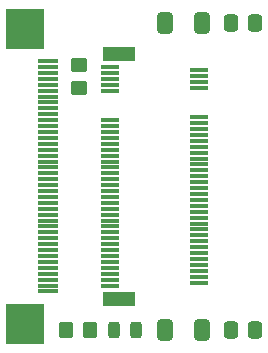
<source format=gbr>
%TF.GenerationSoftware,KiCad,Pcbnew,8.0.7*%
%TF.CreationDate,2025-04-01T17:50:48+03:00*%
%TF.ProjectId,RibbonExtentionCard,52696262-6f6e-4457-9874-656e74696f6e,rev?*%
%TF.SameCoordinates,Original*%
%TF.FileFunction,Paste,Top*%
%TF.FilePolarity,Positive*%
%FSLAX46Y46*%
G04 Gerber Fmt 4.6, Leading zero omitted, Abs format (unit mm)*
G04 Created by KiCad (PCBNEW 8.0.7) date 2025-04-01 17:50:48*
%MOMM*%
%LPD*%
G01*
G04 APERTURE LIST*
G04 Aperture macros list*
%AMRoundRect*
0 Rectangle with rounded corners*
0 $1 Rounding radius*
0 $2 $3 $4 $5 $6 $7 $8 $9 X,Y pos of 4 corners*
0 Add a 4 corners polygon primitive as box body*
4,1,4,$2,$3,$4,$5,$6,$7,$8,$9,$2,$3,0*
0 Add four circle primitives for the rounded corners*
1,1,$1+$1,$2,$3*
1,1,$1+$1,$4,$5*
1,1,$1+$1,$6,$7*
1,1,$1+$1,$8,$9*
0 Add four rect primitives between the rounded corners*
20,1,$1+$1,$2,$3,$4,$5,0*
20,1,$1+$1,$4,$5,$6,$7,0*
20,1,$1+$1,$6,$7,$8,$9,0*
20,1,$1+$1,$8,$9,$2,$3,0*%
G04 Aperture macros list end*
%ADD10RoundRect,0.250000X-0.337500X-0.475000X0.337500X-0.475000X0.337500X0.475000X-0.337500X0.475000X0*%
%ADD11RoundRect,0.243750X0.243750X0.456250X-0.243750X0.456250X-0.243750X-0.456250X0.243750X-0.456250X0*%
%ADD12RoundRect,0.250000X-0.450000X0.350000X-0.450000X-0.350000X0.450000X-0.350000X0.450000X0.350000X0*%
%ADD13RoundRect,0.250000X0.412500X0.650000X-0.412500X0.650000X-0.412500X-0.650000X0.412500X-0.650000X0*%
%ADD14RoundRect,0.250000X0.350000X0.450000X-0.350000X0.450000X-0.350000X-0.450000X0.350000X-0.450000X0*%
%ADD15R,1.800000X0.300000*%
%ADD16R,3.200000X3.500000*%
%ADD17R,1.550013X0.300000*%
%ADD18R,2.750013X1.200000*%
G04 APERTURE END LIST*
D10*
%TO.C,C3*%
X103425000Y-60000000D03*
X105500000Y-60000000D03*
%TD*%
D11*
%TO.C,D2*%
X95437500Y-86000000D03*
X93562500Y-86000000D03*
%TD*%
D12*
%TO.C,R2*%
X90600000Y-63550000D03*
X90600000Y-65550000D03*
%TD*%
D13*
%TO.C,C1*%
X101000000Y-60000000D03*
X97875000Y-60000000D03*
%TD*%
D10*
%TO.C,C5*%
X103425000Y-86000000D03*
X105500000Y-86000000D03*
%TD*%
D13*
%TO.C,C6*%
X101000000Y-86000000D03*
X97875000Y-86000000D03*
%TD*%
D14*
%TO.C,R3*%
X91500000Y-86000000D03*
X89500000Y-86000000D03*
%TD*%
D15*
%TO.C,U1*%
X87949962Y-82750064D03*
X87949962Y-82249936D03*
X87949962Y-81750064D03*
X87949962Y-81249936D03*
X87949962Y-80750064D03*
X87949962Y-80249936D03*
X87949962Y-79750064D03*
X87949962Y-79249936D03*
X87949962Y-78750064D03*
X87949962Y-78249936D03*
X87949962Y-77750064D03*
X87949962Y-77249936D03*
X87949962Y-76750064D03*
X87949962Y-76249936D03*
X87949962Y-75750064D03*
X87949962Y-75249936D03*
X87949962Y-74750064D03*
X87949962Y-74249936D03*
X87949962Y-73750064D03*
X87949962Y-73249936D03*
X87949962Y-72750064D03*
X87949962Y-72249936D03*
X87949962Y-71750064D03*
X87949962Y-71249936D03*
X87949962Y-70750064D03*
X87949962Y-70249936D03*
X87949962Y-69750064D03*
X87949962Y-69249936D03*
X87949962Y-68750064D03*
X87949962Y-68249936D03*
X87949962Y-67750064D03*
X87949962Y-67249936D03*
X87949962Y-66750064D03*
X87949962Y-66249936D03*
X87949962Y-65750064D03*
X87949962Y-65249936D03*
X87949962Y-64750064D03*
X87949962Y-64249936D03*
X87949962Y-63750064D03*
X87949962Y-63249936D03*
D16*
X86050038Y-60500000D03*
X86050038Y-85500000D03*
%TD*%
D17*
%TO.C,CON1*%
X93225044Y-82249936D03*
X100774956Y-82000000D03*
X93225044Y-81750064D03*
X100774956Y-81499873D03*
X93225044Y-81249936D03*
X100774956Y-81000000D03*
X93225044Y-80750064D03*
X100774956Y-80499873D03*
X93225044Y-80249936D03*
X100774956Y-80000000D03*
X93225044Y-79750064D03*
X100774956Y-79499873D03*
X93225044Y-79249936D03*
X100774956Y-79000000D03*
X93225044Y-78750064D03*
X100774956Y-78499873D03*
X93225044Y-78249936D03*
X100774956Y-78000000D03*
X93225044Y-77750064D03*
X100774956Y-77499873D03*
X93225044Y-77249936D03*
X100774956Y-77000000D03*
X93225044Y-76750064D03*
X100774956Y-76499873D03*
X93225044Y-76249936D03*
X100774956Y-76000000D03*
X93225044Y-75750064D03*
X100774956Y-75499873D03*
X93225044Y-75249936D03*
X100774956Y-75000000D03*
X93225044Y-74750064D03*
X100774956Y-74499873D03*
X93225044Y-74249936D03*
X100774956Y-74000000D03*
X93225044Y-73750064D03*
X100774956Y-73499873D03*
X93225044Y-73249936D03*
X100774956Y-73000000D03*
X93225044Y-72750064D03*
X100774956Y-72499873D03*
X93225044Y-72249936D03*
X100774956Y-72000000D03*
X93225044Y-71750064D03*
X100774956Y-71499873D03*
X93225044Y-71249936D03*
X100774956Y-71000000D03*
X93225044Y-70750064D03*
X100774956Y-70499873D03*
X93225044Y-70249936D03*
X100774956Y-70000000D03*
X93225044Y-69750064D03*
X100774956Y-69499873D03*
X93225044Y-69249936D03*
X100774956Y-69000000D03*
X93225044Y-68750064D03*
X100774956Y-68499873D03*
X93225044Y-68249936D03*
X100774956Y-68000000D03*
X93225044Y-65750064D03*
X100774956Y-65499873D03*
X93225044Y-65249936D03*
X100774956Y-65000000D03*
X93225044Y-64750064D03*
X100774956Y-64499873D03*
X93225044Y-64249936D03*
X100774956Y-64000000D03*
X93225044Y-63750064D03*
D18*
X94000000Y-83350013D03*
X94000000Y-62649987D03*
%TD*%
M02*

</source>
